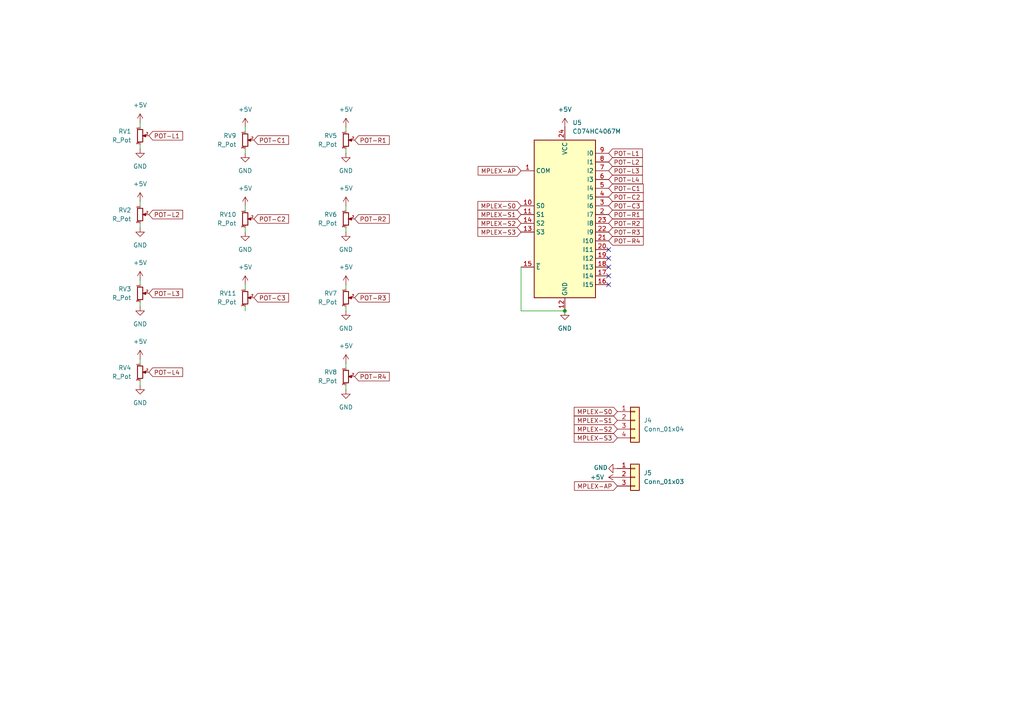
<source format=kicad_sch>
(kicad_sch (version 20231120) (generator "eeschema") (generator_version "8.0")
  (paper "A4")
  (lib_symbols
    (symbol "74xx:CD74HC4067M"
      (property "Reference" "U" (at -8.89 22.86 0))
      (property "Value" "CD74HC4067M" (at 1.27 22.86 0))
      (symbol "CD74HC4067M_0_1"
        (rectangle (start -8.89 21.59) (end 8.89 -24.13) (stroke (width 0.254)) (fill (type background)))
      )
      (symbol "CD74HC4067M_1_1"
        (pin passive line (at -12.7 12.7 0) (length 3.81) (name "COM") (number "1"))
        (pin input line (at -12.7 2.54 0) (length 3.81) (name "S0") (number "10"))
        (pin input line (at -12.7 0 0) (length 3.81) (name "S1") (number "11"))
        (pin power_in line (at 0 -27.94 90) (length 3.81) (name "GND") (number "12"))
        (pin input line (at -12.7 -5.08 0) (length 3.81) (name "S3") (number "13"))
        (pin input line (at -12.7 -2.54 0) (length 3.81) (name "S2") (number "14"))
        (pin input line (at -12.7 -15.24 0) (length 3.81) (name "~{E}") (number "15"))
        (pin passive line (at 12.7 -20.32 180) (length 3.81) (name "I15") (number "16"))
        (pin passive line (at 12.7 -17.78 180) (length 3.81) (name "I14") (number "17"))
        (pin passive line (at 12.7 -15.24 180) (length 3.81) (name "I13") (number "18"))
        (pin passive line (at 12.7 -12.7 180) (length 3.81) (name "I12") (number "19"))
        (pin passive line (at 12.7 0 180) (length 3.81) (name "I7") (number "2"))
        (pin passive line (at 12.7 -10.16 180) (length 3.81) (name "I11") (number "20"))
        (pin passive line (at 12.7 -7.62 180) (length 3.81) (name "I10") (number "21"))
        (pin passive line (at 12.7 -5.08 180) (length 3.81) (name "I9") (number "22"))
        (pin passive line (at 12.7 -2.54 180) (length 3.81) (name "I8") (number "23"))
        (pin power_in line (at 0 25.4 270) (length 3.81) (name "VCC") (number "24"))
        (pin passive line (at 12.7 2.54 180) (length 3.81) (name "I6") (number "3"))
        (pin passive line (at 12.7 5.08 180) (length 3.81) (name "I5") (number "4"))
        (pin passive line (at 12.7 7.62 180) (length 3.81) (name "I4") (number "5"))
        (pin passive line (at 12.7 10.16 180) (length 3.81) (name "I3") (number "6"))
        (pin passive line (at 12.7 12.7 180) (length 3.81) (name "I2") (number "7"))
        (pin passive line (at 12.7 15.24 180) (length 3.81) (name "I1") (number "8"))
        (pin passive line (at 12.7 17.78 180) (length 3.81) (name "I0") (number "9"))
      )
    )
    (symbol "Connector_Generic:Conn_01x03" (pin_names (offset 1.016) hide)
      (property "Reference" "J" (at 0 5.08 0))
      (property "Value" "Conn_01x03" (at 0 -5.08 0))
      (symbol "Conn_01x03_1_1"
        (rectangle (start -1.27 -2.413) (end 0 -2.667) (stroke (width 0.1524)))
        (rectangle (start -1.27 0.127) (end 0 -0.127) (stroke (width 0.1524)))
        (rectangle (start -1.27 2.667) (end 0 2.413) (stroke (width 0.1524)))
        (rectangle (start -1.27 3.81) (end 1.27 -3.81) (stroke (width 0.254)) (fill (type background)))
        (pin passive line (at -5.08 2.54 0) (length 3.81) (name "Pin_1") (number "1"))
        (pin passive line (at -5.08 0 0) (length 3.81) (name "Pin_2") (number "2"))
        (pin passive line (at -5.08 -2.54 0) (length 3.81) (name "Pin_3") (number "3"))
      )
    )
    (symbol "Connector_Generic:Conn_01x04" (pin_names (offset 1.016) hide)
      (property "Reference" "J" (at 0 5.08 0))
      (property "Value" "Conn_01x04" (at 0 -7.62 0))
      (symbol "Conn_01x04_1_1"
        (rectangle (start -1.27 -4.953) (end 0 -5.207) (stroke (width 0.1524)))
        (rectangle (start -1.27 -2.413) (end 0 -2.667) (stroke (width 0.1524)))
        (rectangle (start -1.27 0.127) (end 0 -0.127) (stroke (width 0.1524)))
        (rectangle (start -1.27 2.667) (end 0 2.413) (stroke (width 0.1524)))
        (rectangle (start -1.27 3.81) (end 1.27 -6.35) (stroke (width 0.254)) (fill (type background)))
        (pin passive line (at -5.08 2.54 0) (length 3.81) (name "Pin_1") (number "1"))
        (pin passive line (at -5.08 0 0) (length 3.81) (name "Pin_2") (number "2"))
        (pin passive line (at -5.08 -2.54 0) (length 3.81) (name "Pin_3") (number "3"))
        (pin passive line (at -5.08 -5.08 0) (length 3.81) (name "Pin_4") (number "4"))
      )
    )
    (symbol "Device:R_Potentiometer_Small" (pin_names (offset 1.016) hide)
      (property "Reference" "RV" (at -4.445 0 90))
      (property "Value" "R_Potentiometer_Small" (at -2.54 0 90))
      (symbol "R_Potentiometer_Small_0_1"
        (polyline (pts (xy 0.889 0) (xy 0.635 0) (xy 1.651 0.381) (xy 1.651 -0.381) (xy 0.635 0) (xy 0.889 0)) (fill (type outline)))
        (rectangle (start 0.762 1.8034) (end -0.762 -1.8034) (stroke (width 0.254)))
      )
      (symbol "R_Potentiometer_Small_1_1"
        (pin passive line (at 0 2.54 270) (length 0.635) (name "1") (number "1"))
        (pin passive line (at 2.54 0 180) (length 0.9906) (name "2") (number "2"))
        (pin passive line (at 0 -2.54 90) (length 0.635) (name "3") (number "3"))
      )
    )
    (symbol "power:+5V" (power) (pin_numbers hide) (pin_names (offset 0) hide)
      (property "Value" "+5V" (at 0 3.556 0))
      (symbol "+5V_0_1"
        (polyline (pts (xy -0.762 1.27) (xy 0 2.54)))
        (polyline (pts (xy 0 0) (xy 0 2.54)))
        (polyline (pts (xy 0 2.54) (xy 0.762 1.27)))
      )
      (symbol "+5V_1_1"
        (pin power_in line (at 0 0 90) (length 0) (name "~") (number "1"))
      )
    )
    (symbol "power:GND" (power) (pin_numbers hide) (pin_names (offset 0) hide)
      (property "Value" "GND" (at 0 -3.81 0))
      (symbol "GND_0_1"
        (polyline (pts (xy 0 0) (xy 0 -1.27) (xy 1.27 -1.27) (xy 0 -2.54) (xy -1.27 -1.27) (xy 0 -1.27)))
      )
      (symbol "GND_1_1"
        (pin power_in line (at 0 0 270) (length 0) (name "~") (number "1"))
      )
    )
  )
  (junction (at 163.83 90.17))
  (no_connect (at 176.53 80.01))
  (no_connect (at 176.53 74.93))
  (no_connect (at 176.53 77.47))
  (no_connect (at 176.53 72.39))
  (no_connect (at 176.53 82.55))
  (wire (pts (xy 71.12 36.83) (xy 71.12 38.1)))
  (wire (pts (xy 71.12 66.04) (xy 71.12 67.31)))
  (wire (pts (xy 100.33 105.41) (xy 100.33 106.68)))
  (wire (pts (xy 100.33 36.83) (xy 100.33 38.1)))
  (wire (pts (xy 40.64 35.56) (xy 40.64 36.83)))
  (wire (pts (xy 40.64 64.77) (xy 40.64 66.04)))
  (wire (pts (xy 100.33 66.04) (xy 100.33 67.31)))
  (wire (pts (xy 71.12 43.18) (xy 71.12 44.45)))
  (wire (pts (xy 151.13 77.47) (xy 151.13 90.17)))
  (wire (pts (xy 71.12 59.69) (xy 71.12 60.96)))
  (wire (pts (xy 40.64 81.28) (xy 40.64 82.55)))
  (wire (pts (xy 40.64 58.42) (xy 40.64 59.69)))
  (wire (pts (xy 100.33 82.55) (xy 100.33 83.82)))
  (wire (pts (xy 151.13 90.17) (xy 163.83 90.17)))
  (wire (pts (xy 71.12 88.9) (xy 71.12 90.17)))
  (wire (pts (xy 40.64 41.91) (xy 40.64 43.18)))
  (wire (pts (xy 100.33 59.69) (xy 100.33 60.96)))
  (wire (pts (xy 40.64 87.63) (xy 40.64 88.9)))
  (wire (pts (xy 100.33 111.76) (xy 100.33 113.03)))
  (wire (pts (xy 71.12 82.55) (xy 71.12 83.82)))
  (wire (pts (xy 100.33 88.9) (xy 100.33 90.17)))
  (wire (pts (xy 100.33 43.18) (xy 100.33 44.45)))
  (wire (pts (xy 40.64 104.14) (xy 40.64 105.41)))
  (wire (pts (xy 40.64 110.49) (xy 40.64 111.76)))
  (global_label "MPLEX-S3" (shape input) (at 151.13 67.31 180) (property "Intersheetrefs" "${INTERSHEET_REFS}" (effects (hide yes))))
  (global_label "POT-R1" (shape input) (at 176.53 62.23 0) (property "Intersheetrefs" "${INTERSHEET_REFS}" (effects (hide yes))))
  (global_label "POT-C2" (shape input) (at 176.53 57.15 0) (property "Intersheetrefs" "${INTERSHEET_REFS}" (effects (hide yes))))
  (global_label "POT-L2" (shape input) (at 176.53 46.99 0) (property "Intersheetrefs" "${INTERSHEET_REFS}" (effects (hide yes))))
  (global_label "POT-C3" (shape input) (at 73.66 86.36 0) (property "Intersheetrefs" "${INTERSHEET_REFS}" (effects (hide yes))))
  (global_label "MPLEX-S0" (shape input) (at 179.07 119.38 180) (property "Intersheetrefs" "${INTERSHEET_REFS}" (effects (hide yes))))
  (global_label "POT-L4" (shape input) (at 176.53 52.07 0) (property "Intersheetrefs" "${INTERSHEET_REFS}" (effects (hide yes))))
  (global_label "POT-R1" (shape input) (at 102.87 40.64 0) (property "Intersheetrefs" "${INTERSHEET_REFS}" (effects (hide yes))))
  (global_label "MPLEX-S1" (shape input) (at 151.13 62.23 180) (property "Intersheetrefs" "${INTERSHEET_REFS}" (effects (hide yes))))
  (global_label "POT-L2" (shape input) (at 43.18 62.23 0) (property "Intersheetrefs" "${INTERSHEET_REFS}" (effects (hide yes))))
  (global_label "MPLEX-S3" (shape input) (at 179.07 127 180) (property "Intersheetrefs" "${INTERSHEET_REFS}" (effects (hide yes))))
  (global_label "POT-R3" (shape input) (at 102.87 86.36 0) (property "Intersheetrefs" "${INTERSHEET_REFS}" (effects (hide yes))))
  (global_label "POT-R2" (shape input) (at 176.53 64.77 0) (property "Intersheetrefs" "${INTERSHEET_REFS}" (effects (hide yes))))
  (global_label "POT-L1" (shape input) (at 43.18 39.37 0) (property "Intersheetrefs" "${INTERSHEET_REFS}" (effects (hide yes))))
  (global_label "MPLEX-S0" (shape input) (at 151.13 59.69 180) (property "Intersheetrefs" "${INTERSHEET_REFS}" (effects (hide yes))))
  (global_label "POT-C1" (shape input) (at 176.53 54.61 0) (property "Intersheetrefs" "${INTERSHEET_REFS}" (effects (hide yes))))
  (global_label "POT-R4" (shape input) (at 176.53 69.85 0) (property "Intersheetrefs" "${INTERSHEET_REFS}" (effects (hide yes))))
  (global_label "POT-C2" (shape input) (at 73.66 63.5 0) (property "Intersheetrefs" "${INTERSHEET_REFS}" (effects (hide yes))))
  (global_label "POT-C1" (shape input) (at 73.66 40.64 0) (property "Intersheetrefs" "${INTERSHEET_REFS}" (effects (hide yes))))
  (global_label "POT-C3" (shape input) (at 176.53 59.69 0) (property "Intersheetrefs" "${INTERSHEET_REFS}" (effects (hide yes))))
  (global_label "POT-L3" (shape input) (at 176.53 49.53 0) (property "Intersheetrefs" "${INTERSHEET_REFS}" (effects (hide yes))))
  (global_label "MPLEX-S2" (shape input) (at 151.13 64.77 180) (property "Intersheetrefs" "${INTERSHEET_REFS}" (effects (hide yes))))
  (global_label "POT-L1" (shape input) (at 176.53 44.45 0) (property "Intersheetrefs" "${INTERSHEET_REFS}" (effects (hide yes))))
  (global_label "POT-R4" (shape input) (at 102.87 109.22 0) (property "Intersheetrefs" "${INTERSHEET_REFS}" (effects (hide yes))))
  (global_label "MPLEX-S2" (shape input) (at 179.07 124.46 180) (property "Intersheetrefs" "${INTERSHEET_REFS}" (effects (hide yes))))
  (global_label "POT-L4" (shape input) (at 43.18 107.95 0) (property "Intersheetrefs" "${INTERSHEET_REFS}" (effects (hide yes))))
  (global_label "POT-R2" (shape input) (at 102.87 63.5 0) (property "Intersheetrefs" "${INTERSHEET_REFS}" (effects (hide yes))))
  (global_label "MPLEX-AP" (shape input) (at 151.13 49.53 180) (property "Intersheetrefs" "${INTERSHEET_REFS}" (effects (hide yes))))
  (global_label "MPLEX-AP" (shape input) (at 179.07 140.97 180) (property "Intersheetrefs" "${INTERSHEET_REFS}" (effects (hide yes))))
  (global_label "MPLEX-S1" (shape input) (at 179.07 121.92 180) (property "Intersheetrefs" "${INTERSHEET_REFS}" (effects (hide yes))))
  (global_label "POT-L3" (shape input) (at 43.18 85.09 0) (property "Intersheetrefs" "${INTERSHEET_REFS}" (effects (hide yes))))
  (global_label "POT-R3" (shape input) (at 176.53 67.31 0) (property "Intersheetrefs" "${INTERSHEET_REFS}" (effects (hide yes))))
  (symbol (lib_id "power:+5V") (at 40.64 58.42 0) (unit 1)
    (property "Reference" "#PWR025" (effects (hide yes)))
    (property "Value" "+5V" (at 40.64 53.34 0))
    (property "Description" "Power symbol creates a global label with name \"+5V\"" (effects (hide yes)))
  )
  (symbol (lib_id "power:+5V") (at 40.64 35.56 0) (unit 1)
    (property "Reference" "#PWR023" (effects (hide yes)))
    (property "Value" "+5V" (at 40.64 30.48 0))
    (property "Description" "Power symbol creates a global label with name \"+5V\"" (effects (hide yes)))
  )
  (symbol (lib_id "Device:R_Potentiometer_Small") (at 100.33 86.36 0) (unit 1)
    (property "Reference" "RV7" (at 97.79 85.0899 0) (effects (justify right)))
    (property "Value" "R_Pot" (at 97.79 87.6299 0) (effects (justify right)))
    (property "Description" "Potentiometer" (effects (hide yes)))
  )
  (symbol (lib_id "power:GND") (at 100.33 44.45 0) (mirror y) (unit 1)
    (property "Reference" "#PWR032" (effects (hide yes)))
    (property "Value" "GND" (at 100.33 49.53 0))
    (property "Description" "Power symbol creates a global label with name \"GND\" , ground" (effects (hide yes)))
  )
  (symbol (lib_id "power:+5V") (at 40.64 104.14 0) (unit 1)
    (property "Reference" "#PWR029" (effects (hide yes)))
    (property "Value" "+5V" (at 40.64 99.06 0))
    (property "Description" "Power symbol creates a global label with name \"+5V\"" (effects (hide yes)))
  )
  (symbol (lib_id "Device:R_Potentiometer_Small") (at 100.33 40.64 0) (unit 1)
    (property "Reference" "RV5" (at 97.79 39.3699 0) (effects (justify right)))
    (property "Value" "R_Pot" (at 97.79 41.9099 0) (effects (justify right)))
    (property "Description" "Potentiometer" (effects (hide yes)))
  )
  (symbol (lib_id "power:+5V") (at 100.33 59.69 0) (unit 1)
    (property "Reference" "#PWR033" (effects (hide yes)))
    (property "Value" "+5V" (at 100.33 54.61 0))
    (property "Description" "Power symbol creates a global label with name \"+5V\"" (effects (hide yes)))
  )
  (symbol (lib_id "Device:R_Potentiometer_Small") (at 100.33 63.5 0) (unit 1)
    (property "Reference" "RV6" (at 97.79 62.2299 0) (effects (justify right)))
    (property "Value" "R_Pot" (at 97.79 64.7699 0) (effects (justify right)))
    (property "Description" "Potentiometer" (effects (hide yes)))
  )
  (symbol (lib_id "Device:R_Potentiometer_Small") (at 71.12 63.5 0) (unit 1)
    (property "Reference" "RV10" (at 68.58 62.2299 0) (effects (justify right)))
    (property "Value" "R_Pot" (at 68.58 64.7699 0) (effects (justify right)))
    (property "Description" "Potentiometer" (effects (hide yes)))
  )
  (symbol (lib_id "power:GND") (at 100.33 90.17 0) (mirror y) (unit 1)
    (property "Reference" "#PWR036" (effects (hide yes)))
    (property "Value" "GND" (at 100.33 95.25 0))
    (property "Description" "Power symbol creates a global label with name \"GND\" , ground" (effects (hide yes)))
  )
  (symbol (lib_id "power:GND") (at 100.33 113.03 0) (mirror y) (unit 1)
    (property "Reference" "#PWR038" (effects (hide yes)))
    (property "Value" "GND" (at 100.33 118.11 0))
    (property "Description" "Power symbol creates a global label with name \"GND\" , ground" (effects (hide yes)))
  )
  (symbol (lib_id "power:+5V") (at 100.33 105.41 0) (unit 1)
    (property "Reference" "#PWR037" (effects (hide yes)))
    (property "Value" "+5V" (at 100.33 100.33 0))
    (property "Description" "Power symbol creates a global label with name \"+5V\"" (effects (hide yes)))
  )
  (symbol (lib_id "74xx:CD74HC4067M") (at 163.83 62.23 0) (unit 1)
    (property "Reference" "U5" (at 166.0241 35.56 0) (effects (justify left)))
    (property "Value" "CD74HC4067M" (at 166.0241 38.1 0) (effects (justify left)))
    (property "Footprint" "Package_SO:SOIC-24W_7.5x15.4mm_P1.27mm" (effects (hide yes)))
    (property "Datasheet" "http://www.ti.com/lit/ds/symlink/cd74hc4067.pdf" (effects (hide yes)))
    (property "Description" "High-Speed CMOS Logic 16-Channel Analog Multiplexer/Demultiplexer, SOIC-24" (effects (hide yes)))
  )
  (symbol (lib_id "power:GND") (at 179.07 135.89 270) (mirror x) (unit 1)
    (property "Reference" "#PWR048" (effects (hide yes)))
    (property "Value" "GND" (at 174.244 135.636 90))
    (property "Description" "Power symbol creates a global label with name \"GND\" , ground" (effects (hide yes)))
  )
  (symbol (lib_id "power:GND") (at 40.64 43.18 0) (mirror y) (unit 1)
    (property "Reference" "#PWR024" (effects (hide yes)))
    (property "Value" "GND" (at 40.64 48.26 0))
    (property "Description" "Power symbol creates a global label with name \"GND\" , ground" (effects (hide yes)))
  )
  (symbol (lib_id "power:+5V") (at 40.64 81.28 0) (unit 1)
    (property "Reference" "#PWR027" (effects (hide yes)))
    (property "Value" "+5V" (at 40.64 76.2 0))
    (property "Description" "Power symbol creates a global label with name \"+5V\"" (effects (hide yes)))
  )
  (symbol (lib_id "power:+5V") (at 71.12 36.83 0) (unit 1)
    (property "Reference" "#PWR039" (effects (hide yes)))
    (property "Value" "+5V" (at 71.12 31.75 0))
    (property "Description" "Power symbol creates a global label with name \"+5V\"" (effects (hide yes)))
  )
  (symbol (lib_id "Device:R_Potentiometer_Small") (at 40.64 107.95 0) (unit 1)
    (property "Reference" "RV4" (at 38.1 106.6799 0) (effects (justify right)))
    (property "Value" "R_Pot" (at 38.1 109.2199 0) (effects (justify right)))
    (property "Description" "Potentiometer" (effects (hide yes)))
  )
  (symbol (lib_id "Connector_Generic:Conn_01x03") (at 184.15 138.43 0) (unit 1)
    (property "Reference" "J5" (at 186.69 137.1599 0) (effects (justify left)))
    (property "Value" "Conn_01x03" (at 186.69 139.6999 0) (effects (justify left)))
    (property "Description" "Generic connector, single row, 01x03, script generated (kicad-library-utils/schlib/autogen/connector/)" (effects (hide yes)))
  )
  (symbol (lib_id "Connector_Generic:Conn_01x04") (at 184.15 121.92 0) (unit 1)
    (property "Reference" "J4" (at 186.69 121.9199 0) (effects (justify left)))
    (property "Value" "Conn_01x04" (at 186.69 124.4599 0) (effects (justify left)))
    (property "Description" "Generic connector, single row, 01x04, script generated (kicad-library-utils/schlib/autogen/connector/)" (effects (hide yes)))
  )
  (symbol (lib_id "Device:R_Potentiometer_Small") (at 40.64 62.23 0) (unit 1)
    (property "Reference" "RV2" (at 38.1 60.9599 0) (effects (justify right)))
    (property "Value" "R_Pot" (at 38.1 63.4999 0) (effects (justify right)))
    (property "Description" "Potentiometer" (effects (hide yes)))
  )
  (symbol (lib_id "power:+5V") (at 179.07 138.43 90) (unit 1)
    (property "Reference" "#PWR049" (effects (hide yes)))
    (property "Value" "+5V" (at 175.26 138.4299 90) (effects (justify left)))
    (property "Description" "Power symbol creates a global label with name \"+5V\"" (effects (hide yes)))
  )
  (symbol (lib_id "power:GND") (at 71.12 44.45 0) (mirror y) (unit 1)
    (property "Reference" "#PWR040" (effects (hide yes)))
    (property "Value" "GND" (at 71.12 49.53 0))
    (property "Description" "Power symbol creates a global label with name \"GND\" , ground" (effects (hide yes)))
  )
  (symbol (lib_id "Device:R_Potentiometer_Small") (at 71.12 86.36 0) (unit 1)
    (property "Reference" "RV11" (at 68.58 85.0899 0) (effects (justify right)))
    (property "Value" "R_Pot" (at 68.58 87.6299 0) (effects (justify right)))
    (property "Description" "Potentiometer" (effects (hide yes)))
  )
  (symbol (lib_id "power:GND") (at 71.12 67.31 0) (mirror y) (unit 1)
    (property "Reference" "#PWR042" (effects (hide yes)))
    (property "Value" "GND" (at 71.12 72.39 0))
    (property "Description" "Power symbol creates a global label with name \"GND\" , ground" (effects (hide yes)))
  )
  (symbol (lib_id "Device:R_Potentiometer_Small") (at 71.12 40.64 0) (unit 1)
    (property "Reference" "RV9" (at 68.58 39.3699 0) (effects (justify right)))
    (property "Value" "R_Pot" (at 68.58 41.9099 0) (effects (justify right)))
    (property "Description" "Potentiometer" (effects (hide yes)))
  )
  (symbol (lib_id "power:GND") (at 163.83 90.17 0) (mirror y) (unit 1)
    (property "Reference" "#PWR045" (effects (hide yes)))
    (property "Value" "GND" (at 163.83 95.25 0))
    (property "Description" "Power symbol creates a global label with name \"GND\" , ground" (effects (hide yes)))
  )
  (symbol (lib_id "power:+5V") (at 100.33 82.55 0) (unit 1)
    (property "Reference" "#PWR035" (effects (hide yes)))
    (property "Value" "+5V" (at 100.33 77.47 0))
    (property "Description" "Power symbol creates a global label with name \"+5V\"" (effects (hide yes)))
  )
  (symbol (lib_id "power:GND") (at 40.64 88.9 0) (mirror y) (unit 1)
    (property "Reference" "#PWR028" (effects (hide yes)))
    (property "Value" "GND" (at 40.64 93.98 0))
    (property "Description" "Power symbol creates a global label with name \"GND\" , ground" (effects (hide yes)))
  )
  (symbol (lib_id "power:GND") (at 100.33 67.31 0) (mirror y) (unit 1)
    (property "Reference" "#PWR034" (effects (hide yes)))
    (property "Value" "GND" (at 100.33 72.39 0))
    (property "Description" "Power symbol creates a global label with name \"GND\" , ground" (effects (hide yes)))
  )
  (symbol (lib_id "power:+5V") (at 71.12 82.55 0) (unit 1)
    (property "Reference" "#PWR043" (effects (hide yes)))
    (property "Value" "+5V" (at 71.12 77.47 0))
    (property "Description" "Power symbol creates a global label with name \"+5V\"" (effects (hide yes)))
  )
  (symbol (lib_id "power:+5V") (at 100.33 36.83 0) (unit 1)
    (property "Reference" "#PWR031" (effects (hide yes)))
    (property "Value" "+5V" (at 100.33 31.75 0))
    (property "Description" "Power symbol creates a global label with name \"+5V\"" (effects (hide yes)))
  )
  (symbol (lib_id "power:GND") (at 40.64 111.76 0) (mirror y) (unit 1)
    (property "Reference" "#PWR030" (effects (hide yes)))
    (property "Value" "GND" (at 40.64 116.84 0))
    (property "Description" "Power symbol creates a global label with name \"GND\" , ground" (effects (hide yes)))
  )
  (symbol (lib_id "power:+5V") (at 71.12 59.69 0) (unit 1)
    (property "Reference" "#PWR041" (effects (hide yes)))
    (property "Value" "+5V" (at 71.12 54.61 0))
    (property "Description" "Power symbol creates a global label with name \"+5V\"" (effects (hide yes)))
  )
  (symbol (lib_id "power:+5V") (at 163.83 36.83 0) (unit 1)
    (property "Reference" "#PWR044" (effects (hide yes)))
    (property "Value" "+5V" (at 163.83 31.75 0))
    (property "Description" "Power symbol creates a global label with name \"+5V\"" (effects (hide yes)))
  )
  (symbol (lib_id "Device:R_Potentiometer_Small") (at 40.64 85.09 0) (unit 1)
    (property "Reference" "RV3" (at 38.1 83.8199 0) (effects (justify right)))
    (property "Value" "R_Pot" (at 38.1 86.3599 0) (effects (justify right)))
    (property "Description" "Potentiometer" (effects (hide yes)))
  )
  (symbol (lib_id "Device:R_Potentiometer_Small") (at 100.33 109.22 0) (unit 1)
    (property "Reference" "RV8" (at 97.79 107.9499 0) (effects (justify right)))
    (property "Value" "R_Pot" (at 97.79 110.4899 0) (effects (justify right)))
    (property "Description" "Potentiometer" (effects (hide yes)))
  )
  (symbol (lib_id "Device:R_Potentiometer_Small") (at 40.64 39.37 0) (unit 1)
    (property "Reference" "RV1" (at 38.1 38.0999 0) (effects (justify right)))
    (property "Value" "R_Pot" (at 38.1 40.6399 0) (effects (justify right)))
    (property "Description" "Potentiometer" (effects (hide yes)))
  )
  (symbol (lib_id "power:GND") (at 40.64 66.04 0) (mirror y) (unit 1)
    (property "Reference" "#PWR026" (effects (hide yes)))
    (property "Value" "GND" (at 40.64 71.12 0))
    (property "Description" "Power symbol creates a global label with name \"GND\" , ground" (effects (hide yes)))
  )
)
</source>
